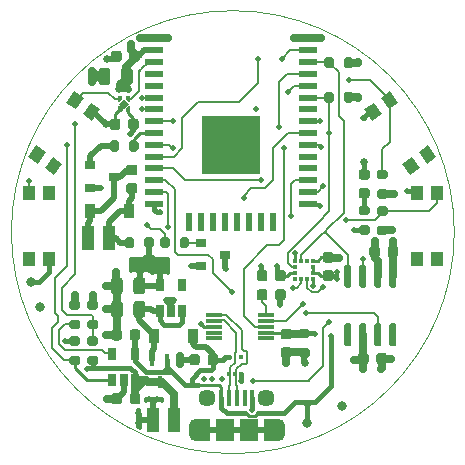
<source format=gtl>
G04 #@! TF.GenerationSoftware,KiCad,Pcbnew,(5.1.10)-1*
G04 #@! TF.CreationDate,2021-07-30T17:06:44-07:00*
G04 #@! TF.ProjectId,esp32-smartwatch,65737033-322d-4736-9d61-727477617463,rev?*
G04 #@! TF.SameCoordinates,PX8f56560PY66b5f20*
G04 #@! TF.FileFunction,Copper,L1,Top*
G04 #@! TF.FilePolarity,Positive*
%FSLAX46Y46*%
G04 Gerber Fmt 4.6, Leading zero omitted, Abs format (unit mm)*
G04 Created by KiCad (PCBNEW (5.1.10)-1) date 2021-07-30 17:06:44*
%MOMM*%
%LPD*%
G01*
G04 APERTURE LIST*
G04 #@! TA.AperFunction,Profile*
%ADD10C,0.050000*%
G04 #@! TD*
G04 #@! TA.AperFunction,SMDPad,CuDef*
%ADD11R,0.457200X1.016000*%
G04 #@! TD*
G04 #@! TA.AperFunction,SMDPad,CuDef*
%ADD12R,0.406400X1.016000*%
G04 #@! TD*
G04 #@! TA.AperFunction,SMDPad,CuDef*
%ADD13R,1.200000X1.900000*%
G04 #@! TD*
G04 #@! TA.AperFunction,ComponentPad*
%ADD14O,1.200000X1.900000*%
G04 #@! TD*
G04 #@! TA.AperFunction,SMDPad,CuDef*
%ADD15R,1.500000X1.900000*%
G04 #@! TD*
G04 #@! TA.AperFunction,ComponentPad*
%ADD16C,1.450000*%
G04 #@! TD*
G04 #@! TA.AperFunction,SMDPad,CuDef*
%ADD17R,0.400000X1.350000*%
G04 #@! TD*
G04 #@! TA.AperFunction,SMDPad,CuDef*
%ADD18R,1.000000X1.200000*%
G04 #@! TD*
G04 #@! TA.AperFunction,SMDPad,CuDef*
%ADD19C,2.000000*%
G04 #@! TD*
G04 #@! TA.AperFunction,SMDPad,CuDef*
%ADD20R,1.400000X0.300000*%
G04 #@! TD*
G04 #@! TA.AperFunction,SMDPad,CuDef*
%ADD21R,5.000000X5.000000*%
G04 #@! TD*
G04 #@! TA.AperFunction,SMDPad,CuDef*
%ADD22R,1.524000X0.600000*%
G04 #@! TD*
G04 #@! TA.AperFunction,SMDPad,CuDef*
%ADD23R,0.600000X1.524000*%
G04 #@! TD*
G04 #@! TA.AperFunction,SMDPad,CuDef*
%ADD24R,0.300000X0.450000*%
G04 #@! TD*
G04 #@! TA.AperFunction,ComponentPad*
%ADD25C,0.800000*%
G04 #@! TD*
G04 #@! TA.AperFunction,SMDPad,CuDef*
%ADD26R,1.000000X2.000000*%
G04 #@! TD*
G04 #@! TA.AperFunction,SMDPad,CuDef*
%ADD27R,0.900000X1.200000*%
G04 #@! TD*
G04 #@! TA.AperFunction,SMDPad,CuDef*
%ADD28R,0.900000X0.800000*%
G04 #@! TD*
G04 #@! TA.AperFunction,SMDPad,CuDef*
%ADD29R,0.350000X0.375000*%
G04 #@! TD*
G04 #@! TA.AperFunction,SMDPad,CuDef*
%ADD30R,0.375000X0.350000*%
G04 #@! TD*
G04 #@! TA.AperFunction,SMDPad,CuDef*
%ADD31R,0.650000X1.060000*%
G04 #@! TD*
G04 #@! TA.AperFunction,ViaPad*
%ADD32C,0.500000*%
G04 #@! TD*
G04 #@! TA.AperFunction,ViaPad*
%ADD33C,0.635000*%
G04 #@! TD*
G04 #@! TA.AperFunction,Conductor*
%ADD34C,0.254000*%
G04 #@! TD*
G04 #@! TA.AperFunction,Conductor*
%ADD35C,0.635000*%
G04 #@! TD*
G04 #@! TA.AperFunction,Conductor*
%ADD36C,0.381000*%
G04 #@! TD*
G04 #@! TA.AperFunction,Conductor*
%ADD37C,0.508000*%
G04 #@! TD*
G04 #@! TA.AperFunction,Conductor*
%ADD38C,0.200000*%
G04 #@! TD*
G04 #@! TA.AperFunction,Conductor*
%ADD39C,2.000000*%
G04 #@! TD*
G04 APERTURE END LIST*
D10*
X37530000Y18800000D02*
G75*
G03*
X37530000Y18800000I-18750000J0D01*
G01*
D11*
X13237900Y8017700D03*
X11917100Y8017700D03*
D12*
X12577500Y6087300D03*
D13*
X16218000Y2036000D03*
X22018000Y2036000D03*
D14*
X22618000Y2036000D03*
X15618000Y2036000D03*
D15*
X18118000Y2036000D03*
D16*
X21618000Y4736000D03*
D17*
X19118000Y4736000D03*
X19768000Y4736000D03*
X20418000Y4736000D03*
X17818000Y4736000D03*
X18468000Y4736000D03*
D16*
X16618000Y4736000D03*
D15*
X20118000Y2036000D03*
D18*
X1550000Y22108000D03*
X3250000Y22108000D03*
X3250000Y16508000D03*
X1550000Y16508000D03*
G04 #@! TA.AperFunction,SMDPad,CuDef*
D19*
G36*
X32804987Y29758463D02*
G01*
X31985835Y29184887D01*
X31297543Y30167869D01*
X32116695Y30741445D01*
X32804987Y29758463D01*
G37*
G04 #@! TD.AperFunction*
G04 #@! TA.AperFunction,SMDPad,CuDef*
G36*
X31412429Y28783383D02*
G01*
X30593277Y28209807D01*
X29904985Y29192789D01*
X30724137Y29766365D01*
X31412429Y28783383D01*
G37*
G04 #@! TD.AperFunction*
G04 #@! TA.AperFunction,SMDPad,CuDef*
G36*
X34624457Y24196131D02*
G01*
X33805305Y23622555D01*
X33117013Y24605537D01*
X33936165Y25179113D01*
X34624457Y24196131D01*
G37*
G04 #@! TD.AperFunction*
G04 #@! TA.AperFunction,SMDPad,CuDef*
G36*
X36017015Y25171211D02*
G01*
X35197863Y24597635D01*
X34509571Y25580617D01*
X35328723Y26154193D01*
X36017015Y25171211D01*
G37*
G04 #@! TD.AperFunction*
G04 #@! TA.AperFunction,SMDPad,CuDef*
G36*
G01*
X30156250Y21662500D02*
X29643750Y21662500D01*
G75*
G02*
X29425000Y21881250I0J218750D01*
G01*
X29425000Y22318750D01*
G75*
G02*
X29643750Y22537500I218750J0D01*
G01*
X30156250Y22537500D01*
G75*
G02*
X30375000Y22318750I0J-218750D01*
G01*
X30375000Y21881250D01*
G75*
G02*
X30156250Y21662500I-218750J0D01*
G01*
G37*
G04 #@! TD.AperFunction*
G04 #@! TA.AperFunction,SMDPad,CuDef*
G36*
G01*
X30156250Y23237500D02*
X29643750Y23237500D01*
G75*
G02*
X29425000Y23456250I0J218750D01*
G01*
X29425000Y23893750D01*
G75*
G02*
X29643750Y24112500I218750J0D01*
G01*
X30156250Y24112500D01*
G75*
G02*
X30375000Y23893750I0J-218750D01*
G01*
X30375000Y23456250D01*
G75*
G02*
X30156250Y23237500I-218750J0D01*
G01*
G37*
G04 #@! TD.AperFunction*
D20*
X21572000Y11799000D03*
X21572000Y11299000D03*
X21572000Y10799000D03*
X21572000Y10299000D03*
X21572000Y9799000D03*
X17172000Y9799000D03*
X17172000Y10299000D03*
X17172000Y10799000D03*
X17172000Y11299000D03*
X17172000Y11799000D03*
D21*
X18610000Y26198000D03*
D22*
X12110000Y21198000D03*
X12110000Y22198000D03*
X12110000Y23198000D03*
X12110000Y24198000D03*
X12110000Y25198000D03*
X12110000Y26198000D03*
X12110000Y27198000D03*
X12110000Y28198000D03*
X12110000Y29198000D03*
X12110000Y30198000D03*
X12110000Y31198000D03*
X12110000Y32198000D03*
X12110000Y33198000D03*
X12110000Y34198000D03*
X12110000Y35198000D03*
X25110000Y23198000D03*
X25110000Y25198000D03*
X25110000Y30198000D03*
X25110000Y24198000D03*
X25110000Y28198000D03*
X25110000Y22198000D03*
X25110000Y21198000D03*
X25110000Y31198000D03*
X25110000Y32198000D03*
X25110000Y33198000D03*
X25110000Y34198000D03*
X25110000Y27198000D03*
X25110000Y26198000D03*
X25110000Y35198000D03*
X25110000Y29198000D03*
D23*
X15054000Y19698000D03*
X16070000Y19698000D03*
X17086000Y19698000D03*
X18102000Y19698000D03*
X19118000Y19698000D03*
X20134000Y19698000D03*
X21150000Y19698000D03*
X22166000Y19698000D03*
D24*
X18491000Y6797000D03*
X19491000Y6797000D03*
X18491000Y8197000D03*
X18991000Y6797000D03*
X19491000Y8197000D03*
D25*
X1655500Y14545500D03*
X28008000Y4068000D03*
X2450000Y12450000D03*
X25087000Y2671000D03*
D26*
X12014000Y2925000D03*
X13784000Y2925000D03*
G04 #@! TA.AperFunction,SMDPad,CuDef*
D19*
G36*
X5357305Y30741445D02*
G01*
X6176457Y30167869D01*
X5488165Y29184887D01*
X4669013Y29758463D01*
X5357305Y30741445D01*
G37*
G04 #@! TD.AperFunction*
G04 #@! TA.AperFunction,SMDPad,CuDef*
G36*
X6749863Y29766365D02*
G01*
X7569015Y29192789D01*
X6880723Y28209807D01*
X6061571Y28783383D01*
X6749863Y29766365D01*
G37*
G04 #@! TD.AperFunction*
G04 #@! TA.AperFunction,SMDPad,CuDef*
G36*
X3537835Y25179113D02*
G01*
X4356987Y24605537D01*
X3668695Y23622555D01*
X2849543Y24196131D01*
X3537835Y25179113D01*
G37*
G04 #@! TD.AperFunction*
G04 #@! TA.AperFunction,SMDPad,CuDef*
G36*
X2145277Y26154193D02*
G01*
X2964429Y25580617D01*
X2276137Y24597635D01*
X1456985Y25171211D01*
X2145277Y26154193D01*
G37*
G04 #@! TD.AperFunction*
D18*
X36097000Y16550000D03*
X34397000Y16550000D03*
X34397000Y22150000D03*
X36097000Y22150000D03*
G04 #@! TA.AperFunction,SMDPad,CuDef*
G36*
G01*
X28666000Y9127000D02*
X28366000Y9127000D01*
G75*
G02*
X28216000Y9277000I0J150000D01*
G01*
X28216000Y10927000D01*
G75*
G02*
X28366000Y11077000I150000J0D01*
G01*
X28666000Y11077000D01*
G75*
G02*
X28816000Y10927000I0J-150000D01*
G01*
X28816000Y9277000D01*
G75*
G02*
X28666000Y9127000I-150000J0D01*
G01*
G37*
G04 #@! TD.AperFunction*
G04 #@! TA.AperFunction,SMDPad,CuDef*
G36*
G01*
X29936000Y9127000D02*
X29636000Y9127000D01*
G75*
G02*
X29486000Y9277000I0J150000D01*
G01*
X29486000Y10927000D01*
G75*
G02*
X29636000Y11077000I150000J0D01*
G01*
X29936000Y11077000D01*
G75*
G02*
X30086000Y10927000I0J-150000D01*
G01*
X30086000Y9277000D01*
G75*
G02*
X29936000Y9127000I-150000J0D01*
G01*
G37*
G04 #@! TD.AperFunction*
G04 #@! TA.AperFunction,SMDPad,CuDef*
G36*
G01*
X31206000Y9127000D02*
X30906000Y9127000D01*
G75*
G02*
X30756000Y9277000I0J150000D01*
G01*
X30756000Y10927000D01*
G75*
G02*
X30906000Y11077000I150000J0D01*
G01*
X31206000Y11077000D01*
G75*
G02*
X31356000Y10927000I0J-150000D01*
G01*
X31356000Y9277000D01*
G75*
G02*
X31206000Y9127000I-150000J0D01*
G01*
G37*
G04 #@! TD.AperFunction*
G04 #@! TA.AperFunction,SMDPad,CuDef*
G36*
G01*
X32476000Y9127000D02*
X32176000Y9127000D01*
G75*
G02*
X32026000Y9277000I0J150000D01*
G01*
X32026000Y10927000D01*
G75*
G02*
X32176000Y11077000I150000J0D01*
G01*
X32476000Y11077000D01*
G75*
G02*
X32626000Y10927000I0J-150000D01*
G01*
X32626000Y9277000D01*
G75*
G02*
X32476000Y9127000I-150000J0D01*
G01*
G37*
G04 #@! TD.AperFunction*
G04 #@! TA.AperFunction,SMDPad,CuDef*
G36*
G01*
X32476000Y14077000D02*
X32176000Y14077000D01*
G75*
G02*
X32026000Y14227000I0J150000D01*
G01*
X32026000Y15877000D01*
G75*
G02*
X32176000Y16027000I150000J0D01*
G01*
X32476000Y16027000D01*
G75*
G02*
X32626000Y15877000I0J-150000D01*
G01*
X32626000Y14227000D01*
G75*
G02*
X32476000Y14077000I-150000J0D01*
G01*
G37*
G04 #@! TD.AperFunction*
G04 #@! TA.AperFunction,SMDPad,CuDef*
G36*
G01*
X31206000Y14077000D02*
X30906000Y14077000D01*
G75*
G02*
X30756000Y14227000I0J150000D01*
G01*
X30756000Y15877000D01*
G75*
G02*
X30906000Y16027000I150000J0D01*
G01*
X31206000Y16027000D01*
G75*
G02*
X31356000Y15877000I0J-150000D01*
G01*
X31356000Y14227000D01*
G75*
G02*
X31206000Y14077000I-150000J0D01*
G01*
G37*
G04 #@! TD.AperFunction*
G04 #@! TA.AperFunction,SMDPad,CuDef*
G36*
G01*
X29936000Y14077000D02*
X29636000Y14077000D01*
G75*
G02*
X29486000Y14227000I0J150000D01*
G01*
X29486000Y15877000D01*
G75*
G02*
X29636000Y16027000I150000J0D01*
G01*
X29936000Y16027000D01*
G75*
G02*
X30086000Y15877000I0J-150000D01*
G01*
X30086000Y14227000D01*
G75*
G02*
X29936000Y14077000I-150000J0D01*
G01*
G37*
G04 #@! TD.AperFunction*
G04 #@! TA.AperFunction,SMDPad,CuDef*
G36*
G01*
X28666000Y14077000D02*
X28366000Y14077000D01*
G75*
G02*
X28216000Y14227000I0J150000D01*
G01*
X28216000Y15877000D01*
G75*
G02*
X28366000Y16027000I150000J0D01*
G01*
X28666000Y16027000D01*
G75*
G02*
X28816000Y15877000I0J-150000D01*
G01*
X28816000Y14227000D01*
G75*
G02*
X28666000Y14077000I-150000J0D01*
G01*
G37*
G04 #@! TD.AperFunction*
G04 #@! TA.AperFunction,SMDPad,CuDef*
G36*
G01*
X23559000Y9714000D02*
X23059000Y9714000D01*
G75*
G02*
X22834000Y9939000I0J225000D01*
G01*
X22834000Y10389000D01*
G75*
G02*
X23059000Y10614000I225000J0D01*
G01*
X23559000Y10614000D01*
G75*
G02*
X23784000Y10389000I0J-225000D01*
G01*
X23784000Y9939000D01*
G75*
G02*
X23559000Y9714000I-225000J0D01*
G01*
G37*
G04 #@! TD.AperFunction*
G04 #@! TA.AperFunction,SMDPad,CuDef*
G36*
G01*
X23559000Y8164000D02*
X23059000Y8164000D01*
G75*
G02*
X22834000Y8389000I0J225000D01*
G01*
X22834000Y8839000D01*
G75*
G02*
X23059000Y9064000I225000J0D01*
G01*
X23559000Y9064000D01*
G75*
G02*
X23784000Y8839000I0J-225000D01*
G01*
X23784000Y8389000D01*
G75*
G02*
X23559000Y8164000I-225000J0D01*
G01*
G37*
G04 #@! TD.AperFunction*
G04 #@! TA.AperFunction,SMDPad,CuDef*
G36*
G01*
X5127000Y8342000D02*
X5677000Y8342000D01*
G75*
G02*
X5877000Y8142000I0J-200000D01*
G01*
X5877000Y7742000D01*
G75*
G02*
X5677000Y7542000I-200000J0D01*
G01*
X5127000Y7542000D01*
G75*
G02*
X4927000Y7742000I0J200000D01*
G01*
X4927000Y8142000D01*
G75*
G02*
X5127000Y8342000I200000J0D01*
G01*
G37*
G04 #@! TD.AperFunction*
G04 #@! TA.AperFunction,SMDPad,CuDef*
G36*
G01*
X5127000Y9992000D02*
X5677000Y9992000D01*
G75*
G02*
X5877000Y9792000I0J-200000D01*
G01*
X5877000Y9392000D01*
G75*
G02*
X5677000Y9192000I-200000J0D01*
G01*
X5127000Y9192000D01*
G75*
G02*
X4927000Y9392000I0J200000D01*
G01*
X4927000Y9792000D01*
G75*
G02*
X5127000Y9992000I200000J0D01*
G01*
G37*
G04 #@! TD.AperFunction*
D26*
X8323000Y18292000D03*
X6553000Y18292000D03*
G04 #@! TA.AperFunction,SMDPad,CuDef*
G36*
G01*
X31889000Y16899000D02*
X31889000Y17399000D01*
G75*
G02*
X32114000Y17624000I225000J0D01*
G01*
X32564000Y17624000D01*
G75*
G02*
X32789000Y17399000I0J-225000D01*
G01*
X32789000Y16899000D01*
G75*
G02*
X32564000Y16674000I-225000J0D01*
G01*
X32114000Y16674000D01*
G75*
G02*
X31889000Y16899000I0J225000D01*
G01*
G37*
G04 #@! TD.AperFunction*
G04 #@! TA.AperFunction,SMDPad,CuDef*
G36*
G01*
X30339000Y16899000D02*
X30339000Y17399000D01*
G75*
G02*
X30564000Y17624000I225000J0D01*
G01*
X31014000Y17624000D01*
G75*
G02*
X31239000Y17399000I0J-225000D01*
G01*
X31239000Y16899000D01*
G75*
G02*
X31014000Y16674000I-225000J0D01*
G01*
X30564000Y16674000D01*
G75*
G02*
X30339000Y16899000I0J225000D01*
G01*
G37*
G04 #@! TD.AperFunction*
G04 #@! TA.AperFunction,SMDPad,CuDef*
G36*
G01*
X17536000Y8255000D02*
X17536000Y7755000D01*
G75*
G02*
X17311000Y7530000I-225000J0D01*
G01*
X16861000Y7530000D01*
G75*
G02*
X16636000Y7755000I0J225000D01*
G01*
X16636000Y8255000D01*
G75*
G02*
X16861000Y8480000I225000J0D01*
G01*
X17311000Y8480000D01*
G75*
G02*
X17536000Y8255000I0J-225000D01*
G01*
G37*
G04 #@! TD.AperFunction*
G04 #@! TA.AperFunction,SMDPad,CuDef*
G36*
G01*
X15986000Y8255000D02*
X15986000Y7755000D01*
G75*
G02*
X15761000Y7530000I-225000J0D01*
G01*
X15311000Y7530000D01*
G75*
G02*
X15086000Y7755000I0J225000D01*
G01*
X15086000Y8255000D01*
G75*
G02*
X15311000Y8480000I225000J0D01*
G01*
X15761000Y8480000D01*
G75*
G02*
X15986000Y8255000I0J-225000D01*
G01*
G37*
G04 #@! TD.AperFunction*
G04 #@! TA.AperFunction,SMDPad,CuDef*
G36*
G01*
X27115000Y14667000D02*
X26615000Y14667000D01*
G75*
G02*
X26390000Y14892000I0J225000D01*
G01*
X26390000Y15342000D01*
G75*
G02*
X26615000Y15567000I225000J0D01*
G01*
X27115000Y15567000D01*
G75*
G02*
X27340000Y15342000I0J-225000D01*
G01*
X27340000Y14892000D01*
G75*
G02*
X27115000Y14667000I-225000J0D01*
G01*
G37*
G04 #@! TD.AperFunction*
G04 #@! TA.AperFunction,SMDPad,CuDef*
G36*
G01*
X27115000Y16217000D02*
X26615000Y16217000D01*
G75*
G02*
X26390000Y16442000I0J225000D01*
G01*
X26390000Y16892000D01*
G75*
G02*
X26615000Y17117000I225000J0D01*
G01*
X27115000Y17117000D01*
G75*
G02*
X27340000Y16892000I0J-225000D01*
G01*
X27340000Y16442000D01*
G75*
G02*
X27115000Y16217000I-225000J0D01*
G01*
G37*
G04 #@! TD.AperFunction*
G04 #@! TA.AperFunction,SMDPad,CuDef*
G36*
G01*
X11363000Y12734500D02*
X11363000Y11784500D01*
G75*
G02*
X11113000Y11534500I-250000J0D01*
G01*
X10613000Y11534500D01*
G75*
G02*
X10363000Y11784500I0J250000D01*
G01*
X10363000Y12734500D01*
G75*
G02*
X10613000Y12984500I250000J0D01*
G01*
X11113000Y12984500D01*
G75*
G02*
X11363000Y12734500I0J-250000D01*
G01*
G37*
G04 #@! TD.AperFunction*
G04 #@! TA.AperFunction,SMDPad,CuDef*
G36*
G01*
X9463000Y12734500D02*
X9463000Y11784500D01*
G75*
G02*
X9213000Y11534500I-250000J0D01*
G01*
X8713000Y11534500D01*
G75*
G02*
X8463000Y11784500I0J250000D01*
G01*
X8463000Y12734500D01*
G75*
G02*
X8713000Y12984500I250000J0D01*
G01*
X9213000Y12984500D01*
G75*
G02*
X9463000Y12734500I0J-250000D01*
G01*
G37*
G04 #@! TD.AperFunction*
G04 #@! TA.AperFunction,SMDPad,CuDef*
G36*
G01*
X23250000Y13750000D02*
X23250000Y13250000D01*
G75*
G02*
X23025000Y13025000I-225000J0D01*
G01*
X22575000Y13025000D01*
G75*
G02*
X22350000Y13250000I0J225000D01*
G01*
X22350000Y13750000D01*
G75*
G02*
X22575000Y13975000I225000J0D01*
G01*
X23025000Y13975000D01*
G75*
G02*
X23250000Y13750000I0J-225000D01*
G01*
G37*
G04 #@! TD.AperFunction*
G04 #@! TA.AperFunction,SMDPad,CuDef*
G36*
G01*
X21700000Y13750000D02*
X21700000Y13250000D01*
G75*
G02*
X21475000Y13025000I-225000J0D01*
G01*
X21025000Y13025000D01*
G75*
G02*
X20800000Y13250000I0J225000D01*
G01*
X20800000Y13750000D01*
G75*
G02*
X21025000Y13975000I225000J0D01*
G01*
X21475000Y13975000D01*
G75*
G02*
X21700000Y13750000I0J-225000D01*
G01*
G37*
G04 #@! TD.AperFunction*
G04 #@! TA.AperFunction,SMDPad,CuDef*
G36*
G01*
X21701000Y15367000D02*
X21701000Y14867000D01*
G75*
G02*
X21476000Y14642000I-225000J0D01*
G01*
X21026000Y14642000D01*
G75*
G02*
X20801000Y14867000I0J225000D01*
G01*
X20801000Y15367000D01*
G75*
G02*
X21026000Y15592000I225000J0D01*
G01*
X21476000Y15592000D01*
G75*
G02*
X21701000Y15367000I0J-225000D01*
G01*
G37*
G04 #@! TD.AperFunction*
G04 #@! TA.AperFunction,SMDPad,CuDef*
G36*
G01*
X23251000Y15367000D02*
X23251000Y14867000D01*
G75*
G02*
X23026000Y14642000I-225000J0D01*
G01*
X22576000Y14642000D01*
G75*
G02*
X22351000Y14867000I0J225000D01*
G01*
X22351000Y15367000D01*
G75*
G02*
X22576000Y15592000I225000J0D01*
G01*
X23026000Y15592000D01*
G75*
G02*
X23251000Y15367000I0J-225000D01*
G01*
G37*
G04 #@! TD.AperFunction*
G04 #@! TA.AperFunction,SMDPad,CuDef*
G36*
G01*
X9463000Y14725000D02*
X9463000Y13775000D01*
G75*
G02*
X9213000Y13525000I-250000J0D01*
G01*
X8713000Y13525000D01*
G75*
G02*
X8463000Y13775000I0J250000D01*
G01*
X8463000Y14725000D01*
G75*
G02*
X8713000Y14975000I250000J0D01*
G01*
X9213000Y14975000D01*
G75*
G02*
X9463000Y14725000I0J-250000D01*
G01*
G37*
G04 #@! TD.AperFunction*
G04 #@! TA.AperFunction,SMDPad,CuDef*
G36*
G01*
X11363000Y14725000D02*
X11363000Y13775000D01*
G75*
G02*
X11113000Y13525000I-250000J0D01*
G01*
X10613000Y13525000D01*
G75*
G02*
X10363000Y13775000I0J250000D01*
G01*
X10363000Y14725000D01*
G75*
G02*
X10613000Y14975000I250000J0D01*
G01*
X11113000Y14975000D01*
G75*
G02*
X11363000Y14725000I0J-250000D01*
G01*
G37*
G04 #@! TD.AperFunction*
G04 #@! TA.AperFunction,SMDPad,CuDef*
G36*
G01*
X29375000Y7850000D02*
X29375000Y8350000D01*
G75*
G02*
X29600000Y8575000I225000J0D01*
G01*
X30050000Y8575000D01*
G75*
G02*
X30275000Y8350000I0J-225000D01*
G01*
X30275000Y7850000D01*
G75*
G02*
X30050000Y7625000I-225000J0D01*
G01*
X29600000Y7625000D01*
G75*
G02*
X29375000Y7850000I0J225000D01*
G01*
G37*
G04 #@! TD.AperFunction*
G04 #@! TA.AperFunction,SMDPad,CuDef*
G36*
G01*
X30925000Y7850000D02*
X30925000Y8350000D01*
G75*
G02*
X31150000Y8575000I225000J0D01*
G01*
X31600000Y8575000D01*
G75*
G02*
X31825000Y8350000I0J-225000D01*
G01*
X31825000Y7850000D01*
G75*
G02*
X31600000Y7625000I-225000J0D01*
G01*
X31150000Y7625000D01*
G75*
G02*
X30925000Y7850000I0J225000D01*
G01*
G37*
G04 #@! TD.AperFunction*
G04 #@! TA.AperFunction,SMDPad,CuDef*
G36*
G01*
X10300000Y32450000D02*
X10300000Y31500000D01*
G75*
G02*
X10050000Y31250000I-250000J0D01*
G01*
X9550000Y31250000D01*
G75*
G02*
X9300000Y31500000I0J250000D01*
G01*
X9300000Y32450000D01*
G75*
G02*
X9550000Y32700000I250000J0D01*
G01*
X10050000Y32700000D01*
G75*
G02*
X10300000Y32450000I0J-250000D01*
G01*
G37*
G04 #@! TD.AperFunction*
G04 #@! TA.AperFunction,SMDPad,CuDef*
G36*
G01*
X8400000Y32450000D02*
X8400000Y31500000D01*
G75*
G02*
X8150000Y31250000I-250000J0D01*
G01*
X7650000Y31250000D01*
G75*
G02*
X7400000Y31500000I0J250000D01*
G01*
X7400000Y32450000D01*
G75*
G02*
X7650000Y32700000I250000J0D01*
G01*
X8150000Y32700000D01*
G75*
G02*
X8400000Y32450000I0J-250000D01*
G01*
G37*
G04 #@! TD.AperFunction*
G04 #@! TA.AperFunction,SMDPad,CuDef*
G36*
G01*
X9375000Y33950000D02*
X9375000Y33450000D01*
G75*
G02*
X9150000Y33225000I-225000J0D01*
G01*
X8700000Y33225000D01*
G75*
G02*
X8475000Y33450000I0J225000D01*
G01*
X8475000Y33950000D01*
G75*
G02*
X8700000Y34175000I225000J0D01*
G01*
X9150000Y34175000D01*
G75*
G02*
X9375000Y33950000I0J-225000D01*
G01*
G37*
G04 #@! TD.AperFunction*
G04 #@! TA.AperFunction,SMDPad,CuDef*
G36*
G01*
X10925000Y33950000D02*
X10925000Y33450000D01*
G75*
G02*
X10700000Y33225000I-225000J0D01*
G01*
X10250000Y33225000D01*
G75*
G02*
X10025000Y33450000I0J225000D01*
G01*
X10025000Y33950000D01*
G75*
G02*
X10250000Y34175000I225000J0D01*
G01*
X10700000Y34175000D01*
G75*
G02*
X10925000Y33950000I0J-225000D01*
G01*
G37*
G04 #@! TD.AperFunction*
G04 #@! TA.AperFunction,SMDPad,CuDef*
G36*
G01*
X10810000Y28180000D02*
X10810000Y27680000D01*
G75*
G02*
X10585000Y27455000I-225000J0D01*
G01*
X10135000Y27455000D01*
G75*
G02*
X9910000Y27680000I0J225000D01*
G01*
X9910000Y28180000D01*
G75*
G02*
X10135000Y28405000I225000J0D01*
G01*
X10585000Y28405000D01*
G75*
G02*
X10810000Y28180000I0J-225000D01*
G01*
G37*
G04 #@! TD.AperFunction*
G04 #@! TA.AperFunction,SMDPad,CuDef*
G36*
G01*
X9260000Y28180000D02*
X9260000Y27680000D01*
G75*
G02*
X9035000Y27455000I-225000J0D01*
G01*
X8585000Y27455000D01*
G75*
G02*
X8360000Y27680000I0J225000D01*
G01*
X8360000Y28180000D01*
G75*
G02*
X8585000Y28405000I225000J0D01*
G01*
X9035000Y28405000D01*
G75*
G02*
X9260000Y28180000I0J-225000D01*
G01*
G37*
G04 #@! TD.AperFunction*
G04 #@! TA.AperFunction,SMDPad,CuDef*
G36*
G01*
X9382000Y10350500D02*
X9382000Y9850500D01*
G75*
G02*
X9157000Y9625500I-225000J0D01*
G01*
X8707000Y9625500D01*
G75*
G02*
X8482000Y9850500I0J225000D01*
G01*
X8482000Y10350500D01*
G75*
G02*
X8707000Y10575500I225000J0D01*
G01*
X9157000Y10575500D01*
G75*
G02*
X9382000Y10350500I0J-225000D01*
G01*
G37*
G04 #@! TD.AperFunction*
G04 #@! TA.AperFunction,SMDPad,CuDef*
G36*
G01*
X10932000Y10350500D02*
X10932000Y9850500D01*
G75*
G02*
X10707000Y9625500I-225000J0D01*
G01*
X10257000Y9625500D01*
G75*
G02*
X10032000Y9850500I0J225000D01*
G01*
X10032000Y10350500D01*
G75*
G02*
X10257000Y10575500I225000J0D01*
G01*
X10707000Y10575500D01*
G75*
G02*
X10932000Y10350500I0J-225000D01*
G01*
G37*
G04 #@! TD.AperFunction*
G04 #@! TA.AperFunction,SMDPad,CuDef*
G36*
G01*
X10950000Y4950000D02*
X10950000Y4450000D01*
G75*
G02*
X10725000Y4225000I-225000J0D01*
G01*
X10275000Y4225000D01*
G75*
G02*
X10050000Y4450000I0J225000D01*
G01*
X10050000Y4950000D01*
G75*
G02*
X10275000Y5175000I225000J0D01*
G01*
X10725000Y5175000D01*
G75*
G02*
X10950000Y4950000I0J-225000D01*
G01*
G37*
G04 #@! TD.AperFunction*
G04 #@! TA.AperFunction,SMDPad,CuDef*
G36*
G01*
X9400000Y4950000D02*
X9400000Y4450000D01*
G75*
G02*
X9175000Y4225000I-225000J0D01*
G01*
X8725000Y4225000D01*
G75*
G02*
X8500000Y4450000I0J225000D01*
G01*
X8500000Y4950000D01*
G75*
G02*
X8725000Y5175000I225000J0D01*
G01*
X9175000Y5175000D01*
G75*
G02*
X9400000Y4950000I0J-225000D01*
G01*
G37*
G04 #@! TD.AperFunction*
G04 #@! TA.AperFunction,SMDPad,CuDef*
G36*
G01*
X10470000Y23610000D02*
X9970000Y23610000D01*
G75*
G02*
X9745000Y23835000I0J225000D01*
G01*
X9745000Y24285000D01*
G75*
G02*
X9970000Y24510000I225000J0D01*
G01*
X10470000Y24510000D01*
G75*
G02*
X10695000Y24285000I0J-225000D01*
G01*
X10695000Y23835000D01*
G75*
G02*
X10470000Y23610000I-225000J0D01*
G01*
G37*
G04 #@! TD.AperFunction*
G04 #@! TA.AperFunction,SMDPad,CuDef*
G36*
G01*
X10470000Y22060000D02*
X9970000Y22060000D01*
G75*
G02*
X9745000Y22285000I0J225000D01*
G01*
X9745000Y22735000D01*
G75*
G02*
X9970000Y22960000I225000J0D01*
G01*
X10470000Y22960000D01*
G75*
G02*
X10695000Y22735000I0J-225000D01*
G01*
X10695000Y22285000D01*
G75*
G02*
X10470000Y22060000I-225000J0D01*
G01*
G37*
G04 #@! TD.AperFunction*
D27*
X12135000Y10037000D03*
X15435000Y10037000D03*
X6673000Y20578000D03*
X9973000Y20578000D03*
D28*
X16100000Y17850000D03*
X16100000Y15950000D03*
X18100000Y16900000D03*
X6710000Y24460000D03*
X6710000Y22560000D03*
X8710000Y23510000D03*
G04 #@! TA.AperFunction,SMDPad,CuDef*
G36*
G01*
X28979000Y30505000D02*
X28979000Y29955000D01*
G75*
G02*
X28779000Y29755000I-200000J0D01*
G01*
X28379000Y29755000D01*
G75*
G02*
X28179000Y29955000I0J200000D01*
G01*
X28179000Y30505000D01*
G75*
G02*
X28379000Y30705000I200000J0D01*
G01*
X28779000Y30705000D01*
G75*
G02*
X28979000Y30505000I0J-200000D01*
G01*
G37*
G04 #@! TD.AperFunction*
G04 #@! TA.AperFunction,SMDPad,CuDef*
G36*
G01*
X27329000Y30505000D02*
X27329000Y29955000D01*
G75*
G02*
X27129000Y29755000I-200000J0D01*
G01*
X26729000Y29755000D01*
G75*
G02*
X26529000Y29955000I0J200000D01*
G01*
X26529000Y30505000D01*
G75*
G02*
X26729000Y30705000I200000J0D01*
G01*
X27129000Y30705000D01*
G75*
G02*
X27329000Y30505000I0J-200000D01*
G01*
G37*
G04 #@! TD.AperFunction*
G04 #@! TA.AperFunction,SMDPad,CuDef*
G36*
G01*
X27329000Y33426000D02*
X27329000Y32876000D01*
G75*
G02*
X27129000Y32676000I-200000J0D01*
G01*
X26729000Y32676000D01*
G75*
G02*
X26529000Y32876000I0J200000D01*
G01*
X26529000Y33426000D01*
G75*
G02*
X26729000Y33626000I200000J0D01*
G01*
X27129000Y33626000D01*
G75*
G02*
X27329000Y33426000I0J-200000D01*
G01*
G37*
G04 #@! TD.AperFunction*
G04 #@! TA.AperFunction,SMDPad,CuDef*
G36*
G01*
X28979000Y33426000D02*
X28979000Y32876000D01*
G75*
G02*
X28779000Y32676000I-200000J0D01*
G01*
X28379000Y32676000D01*
G75*
G02*
X28179000Y32876000I0J200000D01*
G01*
X28179000Y33426000D01*
G75*
G02*
X28379000Y33626000I200000J0D01*
G01*
X28779000Y33626000D01*
G75*
G02*
X28979000Y33426000I0J-200000D01*
G01*
G37*
G04 #@! TD.AperFunction*
G04 #@! TA.AperFunction,SMDPad,CuDef*
G36*
G01*
X24558000Y8977000D02*
X25108000Y8977000D01*
G75*
G02*
X25308000Y8777000I0J-200000D01*
G01*
X25308000Y8377000D01*
G75*
G02*
X25108000Y8177000I-200000J0D01*
G01*
X24558000Y8177000D01*
G75*
G02*
X24358000Y8377000I0J200000D01*
G01*
X24358000Y8777000D01*
G75*
G02*
X24558000Y8977000I200000J0D01*
G01*
G37*
G04 #@! TD.AperFunction*
G04 #@! TA.AperFunction,SMDPad,CuDef*
G36*
G01*
X24558000Y10627000D02*
X25108000Y10627000D01*
G75*
G02*
X25308000Y10427000I0J-200000D01*
G01*
X25308000Y10027000D01*
G75*
G02*
X25108000Y9827000I-200000J0D01*
G01*
X24558000Y9827000D01*
G75*
G02*
X24358000Y10027000I0J200000D01*
G01*
X24358000Y10427000D01*
G75*
G02*
X24558000Y10627000I200000J0D01*
G01*
G37*
G04 #@! TD.AperFunction*
G04 #@! TA.AperFunction,SMDPad,CuDef*
G36*
G01*
X5677000Y12240000D02*
X5127000Y12240000D01*
G75*
G02*
X4927000Y12440000I0J200000D01*
G01*
X4927000Y12840000D01*
G75*
G02*
X5127000Y13040000I200000J0D01*
G01*
X5677000Y13040000D01*
G75*
G02*
X5877000Y12840000I0J-200000D01*
G01*
X5877000Y12440000D01*
G75*
G02*
X5677000Y12240000I-200000J0D01*
G01*
G37*
G04 #@! TD.AperFunction*
G04 #@! TA.AperFunction,SMDPad,CuDef*
G36*
G01*
X5677000Y10590000D02*
X5127000Y10590000D01*
G75*
G02*
X4927000Y10790000I0J200000D01*
G01*
X4927000Y11190000D01*
G75*
G02*
X5127000Y11390000I200000J0D01*
G01*
X5677000Y11390000D01*
G75*
G02*
X5877000Y11190000I0J-200000D01*
G01*
X5877000Y10790000D01*
G75*
G02*
X5677000Y10590000I-200000J0D01*
G01*
G37*
G04 #@! TD.AperFunction*
G04 #@! TA.AperFunction,SMDPad,CuDef*
G36*
G01*
X7201000Y7542000D02*
X6651000Y7542000D01*
G75*
G02*
X6451000Y7742000I0J200000D01*
G01*
X6451000Y8142000D01*
G75*
G02*
X6651000Y8342000I200000J0D01*
G01*
X7201000Y8342000D01*
G75*
G02*
X7401000Y8142000I0J-200000D01*
G01*
X7401000Y7742000D01*
G75*
G02*
X7201000Y7542000I-200000J0D01*
G01*
G37*
G04 #@! TD.AperFunction*
G04 #@! TA.AperFunction,SMDPad,CuDef*
G36*
G01*
X7201000Y9192000D02*
X6651000Y9192000D01*
G75*
G02*
X6451000Y9392000I0J200000D01*
G01*
X6451000Y9792000D01*
G75*
G02*
X6651000Y9992000I200000J0D01*
G01*
X7201000Y9992000D01*
G75*
G02*
X7401000Y9792000I0J-200000D01*
G01*
X7401000Y9392000D01*
G75*
G02*
X7201000Y9192000I-200000J0D01*
G01*
G37*
G04 #@! TD.AperFunction*
G04 #@! TA.AperFunction,SMDPad,CuDef*
G36*
G01*
X7201000Y10590000D02*
X6651000Y10590000D01*
G75*
G02*
X6451000Y10790000I0J200000D01*
G01*
X6451000Y11190000D01*
G75*
G02*
X6651000Y11390000I200000J0D01*
G01*
X7201000Y11390000D01*
G75*
G02*
X7401000Y11190000I0J-200000D01*
G01*
X7401000Y10790000D01*
G75*
G02*
X7201000Y10590000I-200000J0D01*
G01*
G37*
G04 #@! TD.AperFunction*
G04 #@! TA.AperFunction,SMDPad,CuDef*
G36*
G01*
X7201000Y12240000D02*
X6651000Y12240000D01*
G75*
G02*
X6451000Y12440000I0J200000D01*
G01*
X6451000Y12840000D01*
G75*
G02*
X6651000Y13040000I200000J0D01*
G01*
X7201000Y13040000D01*
G75*
G02*
X7401000Y12840000I0J-200000D01*
G01*
X7401000Y12440000D01*
G75*
G02*
X7201000Y12240000I-200000J0D01*
G01*
G37*
G04 #@! TD.AperFunction*
G04 #@! TA.AperFunction,SMDPad,CuDef*
G36*
G01*
X29625000Y21025000D02*
X30175000Y21025000D01*
G75*
G02*
X30375000Y20825000I0J-200000D01*
G01*
X30375000Y20425000D01*
G75*
G02*
X30175000Y20225000I-200000J0D01*
G01*
X29625000Y20225000D01*
G75*
G02*
X29425000Y20425000I0J200000D01*
G01*
X29425000Y20825000D01*
G75*
G02*
X29625000Y21025000I200000J0D01*
G01*
G37*
G04 #@! TD.AperFunction*
G04 #@! TA.AperFunction,SMDPad,CuDef*
G36*
G01*
X29625000Y19375000D02*
X30175000Y19375000D01*
G75*
G02*
X30375000Y19175000I0J-200000D01*
G01*
X30375000Y18775000D01*
G75*
G02*
X30175000Y18575000I-200000J0D01*
G01*
X29625000Y18575000D01*
G75*
G02*
X29425000Y18775000I0J200000D01*
G01*
X29425000Y19175000D01*
G75*
G02*
X29625000Y19375000I200000J0D01*
G01*
G37*
G04 #@! TD.AperFunction*
G04 #@! TA.AperFunction,SMDPad,CuDef*
G36*
G01*
X12622000Y17636000D02*
X12622000Y18186000D01*
G75*
G02*
X12822000Y18386000I200000J0D01*
G01*
X13222000Y18386000D01*
G75*
G02*
X13422000Y18186000I0J-200000D01*
G01*
X13422000Y17636000D01*
G75*
G02*
X13222000Y17436000I-200000J0D01*
G01*
X12822000Y17436000D01*
G75*
G02*
X12622000Y17636000I0J200000D01*
G01*
G37*
G04 #@! TD.AperFunction*
G04 #@! TA.AperFunction,SMDPad,CuDef*
G36*
G01*
X14272000Y17636000D02*
X14272000Y18186000D01*
G75*
G02*
X14472000Y18386000I200000J0D01*
G01*
X14872000Y18386000D01*
G75*
G02*
X15072000Y18186000I0J-200000D01*
G01*
X15072000Y17636000D01*
G75*
G02*
X14872000Y17436000I-200000J0D01*
G01*
X14472000Y17436000D01*
G75*
G02*
X14272000Y17636000I0J200000D01*
G01*
G37*
G04 #@! TD.AperFunction*
G04 #@! TA.AperFunction,SMDPad,CuDef*
G36*
G01*
X10800000Y26365000D02*
X10800000Y25815000D01*
G75*
G02*
X10600000Y25615000I-200000J0D01*
G01*
X10200000Y25615000D01*
G75*
G02*
X10000000Y25815000I0J200000D01*
G01*
X10000000Y26365000D01*
G75*
G02*
X10200000Y26565000I200000J0D01*
G01*
X10600000Y26565000D01*
G75*
G02*
X10800000Y26365000I0J-200000D01*
G01*
G37*
G04 #@! TD.AperFunction*
G04 #@! TA.AperFunction,SMDPad,CuDef*
G36*
G01*
X9150000Y26365000D02*
X9150000Y25815000D01*
G75*
G02*
X8950000Y25615000I-200000J0D01*
G01*
X8550000Y25615000D01*
G75*
G02*
X8350000Y25815000I0J200000D01*
G01*
X8350000Y26365000D01*
G75*
G02*
X8550000Y26565000I200000J0D01*
G01*
X8950000Y26565000D01*
G75*
G02*
X9150000Y26365000I0J-200000D01*
G01*
G37*
G04 #@! TD.AperFunction*
G04 #@! TA.AperFunction,SMDPad,CuDef*
G36*
G01*
X10438000Y18186000D02*
X10438000Y17636000D01*
G75*
G02*
X10238000Y17436000I-200000J0D01*
G01*
X9838000Y17436000D01*
G75*
G02*
X9638000Y17636000I0J200000D01*
G01*
X9638000Y18186000D01*
G75*
G02*
X9838000Y18386000I200000J0D01*
G01*
X10238000Y18386000D01*
G75*
G02*
X10438000Y18186000I0J-200000D01*
G01*
G37*
G04 #@! TD.AperFunction*
G04 #@! TA.AperFunction,SMDPad,CuDef*
G36*
G01*
X12088000Y18186000D02*
X12088000Y17636000D01*
G75*
G02*
X11888000Y17436000I-200000J0D01*
G01*
X11488000Y17436000D01*
G75*
G02*
X11288000Y17636000I0J200000D01*
G01*
X11288000Y18186000D01*
G75*
G02*
X11488000Y18386000I200000J0D01*
G01*
X11888000Y18386000D01*
G75*
G02*
X12088000Y18186000I0J-200000D01*
G01*
G37*
G04 #@! TD.AperFunction*
G04 #@! TA.AperFunction,SMDPad,CuDef*
G36*
G01*
X31712000Y21639000D02*
X31162000Y21639000D01*
G75*
G02*
X30962000Y21839000I0J200000D01*
G01*
X30962000Y22239000D01*
G75*
G02*
X31162000Y22439000I200000J0D01*
G01*
X31712000Y22439000D01*
G75*
G02*
X31912000Y22239000I0J-200000D01*
G01*
X31912000Y21839000D01*
G75*
G02*
X31712000Y21639000I-200000J0D01*
G01*
G37*
G04 #@! TD.AperFunction*
G04 #@! TA.AperFunction,SMDPad,CuDef*
G36*
G01*
X31712000Y23289000D02*
X31162000Y23289000D01*
G75*
G02*
X30962000Y23489000I0J200000D01*
G01*
X30962000Y23889000D01*
G75*
G02*
X31162000Y24089000I200000J0D01*
G01*
X31712000Y24089000D01*
G75*
G02*
X31912000Y23889000I0J-200000D01*
G01*
X31912000Y23489000D01*
G75*
G02*
X31712000Y23289000I-200000J0D01*
G01*
G37*
G04 #@! TD.AperFunction*
G04 #@! TA.AperFunction,SMDPad,CuDef*
G36*
G01*
X31712000Y18550000D02*
X31162000Y18550000D01*
G75*
G02*
X30962000Y18750000I0J200000D01*
G01*
X30962000Y19150000D01*
G75*
G02*
X31162000Y19350000I200000J0D01*
G01*
X31712000Y19350000D01*
G75*
G02*
X31912000Y19150000I0J-200000D01*
G01*
X31912000Y18750000D01*
G75*
G02*
X31712000Y18550000I-200000J0D01*
G01*
G37*
G04 #@! TD.AperFunction*
G04 #@! TA.AperFunction,SMDPad,CuDef*
G36*
G01*
X31712000Y20200000D02*
X31162000Y20200000D01*
G75*
G02*
X30962000Y20400000I0J200000D01*
G01*
X30962000Y20800000D01*
G75*
G02*
X31162000Y21000000I200000J0D01*
G01*
X31712000Y21000000D01*
G75*
G02*
X31912000Y20800000I0J-200000D01*
G01*
X31912000Y20400000D01*
G75*
G02*
X31712000Y20200000I-200000J0D01*
G01*
G37*
G04 #@! TD.AperFunction*
D29*
X24587000Y16388000D03*
X25087000Y16388000D03*
X25087000Y14863000D03*
X24587000Y14863000D03*
D30*
X25599500Y16375500D03*
X24074500Y16375500D03*
X25599500Y14875500D03*
X24074500Y14875500D03*
X25599500Y15375500D03*
X25599500Y15875500D03*
X24074500Y15375500D03*
X24074500Y15875500D03*
D31*
X12580000Y12112000D03*
X13530000Y12112000D03*
X14480000Y12112000D03*
X14480000Y14312000D03*
X12580000Y14312000D03*
G04 #@! TA.AperFunction,SMDPad,CuDef*
D19*
G36*
X9149878Y29640000D02*
G01*
X9560000Y30050122D01*
X9970122Y29640000D01*
X9560000Y29229878D01*
X9149878Y29640000D01*
G37*
G04 #@! TD.AperFunction*
G04 #@! TA.AperFunction,SMDPad,CuDef*
G36*
X9180711Y29840000D02*
G01*
X9080000Y29840000D01*
X9080000Y30300000D01*
X9390000Y30300000D01*
X9390000Y30049289D01*
X9180711Y29840000D01*
G37*
G04 #@! TD.AperFunction*
G04 #@! TA.AperFunction,SMDPad,CuDef*
G36*
X9080000Y28980000D02*
G01*
X9080000Y29440000D01*
X9180711Y29440000D01*
X9390000Y29230711D01*
X9390000Y28980000D01*
X9080000Y28980000D01*
G37*
G04 #@! TD.AperFunction*
G04 #@! TA.AperFunction,SMDPad,CuDef*
G36*
X9730000Y28980000D02*
G01*
X9730000Y29230711D01*
X9939289Y29440000D01*
X10040000Y29440000D01*
X10040000Y28980000D01*
X9730000Y28980000D01*
G37*
G04 #@! TD.AperFunction*
G04 #@! TA.AperFunction,SMDPad,CuDef*
G36*
X9939289Y29840000D02*
G01*
X9730000Y30049289D01*
X9730000Y30300000D01*
X10040000Y30300000D01*
X10040000Y29840000D01*
X9939289Y29840000D01*
G37*
G04 #@! TD.AperFunction*
D31*
X8582000Y6270000D03*
X9532000Y6270000D03*
X10482000Y6270000D03*
X10482000Y8470000D03*
X8582000Y8470000D03*
D32*
X27100000Y10000000D03*
X25700000Y10200000D03*
X16959000Y28007500D03*
X20324500Y28007500D03*
X20300000Y24300000D03*
X16959000Y24300000D03*
X33500000Y22250000D03*
X29800000Y28500000D03*
X16100000Y11000000D03*
X12600000Y20500000D03*
D33*
X6875000Y32450000D03*
X6875000Y31525000D03*
X8100000Y33425000D03*
X23950000Y35200000D03*
X26250000Y35200000D03*
X13250000Y35200000D03*
X10950000Y35200000D03*
X8000000Y27950000D03*
X8000000Y10100000D03*
X8000000Y12300000D03*
X8900000Y15400000D03*
X8000000Y14200000D03*
X5400000Y13500000D03*
X8100000Y4700000D03*
X31350000Y7250000D03*
D32*
X29050000Y18950000D03*
D33*
X32350000Y18050000D03*
X32200000Y8100000D03*
X23300000Y7700000D03*
X24850000Y7750000D03*
D32*
X21200000Y15900000D03*
X24050000Y17000000D03*
X27600000Y15400000D03*
X27600000Y14800000D03*
X17848000Y6350000D03*
X14300000Y8300000D03*
X14300000Y7600000D03*
X19500000Y6200000D03*
X10736000Y3500000D03*
X10736000Y2600000D03*
X11700000Y4700000D03*
X12400000Y4700000D03*
X7560000Y22560000D03*
X13150000Y13050000D03*
X13800000Y13050000D03*
X15275000Y15975000D03*
D33*
X6900000Y13500000D03*
D32*
X22800000Y12600000D03*
X20425000Y3775000D03*
D33*
X9150000Y30900000D03*
X9900000Y30900000D03*
X10125000Y34700000D03*
D32*
X10050000Y27150000D03*
X4600000Y9600000D03*
X25600000Y14250000D03*
X22500000Y15900000D03*
X17000000Y6400000D03*
D33*
X27750000Y16650000D03*
X30800000Y18050000D03*
X32250000Y18950000D03*
X32400000Y22000000D03*
X29400000Y33200000D03*
X29400000Y30200000D03*
X29800000Y7250000D03*
D32*
X16300000Y6400000D03*
X10300000Y16400000D03*
X11200000Y16400000D03*
X12200000Y16400000D03*
X13000000Y16400000D03*
X10300000Y15700000D03*
X11200000Y15700000D03*
X12200000Y15700000D03*
X13000000Y15700000D03*
D33*
X29000000Y8000000D03*
D32*
X6425000Y7250000D03*
X1550000Y23150000D03*
X26450000Y22700000D03*
X20700000Y29200000D03*
X26200000Y28200000D03*
D33*
X29900000Y24700000D03*
D32*
X18200000Y15700000D03*
X29800000Y16500000D03*
X26929000Y27229000D03*
X11050000Y30200000D03*
X5450000Y27950000D03*
X13710000Y28200000D03*
X11550000Y19370000D03*
X28650000Y31650000D03*
X20900000Y33500000D03*
X28400000Y19800000D03*
X21200000Y23200000D03*
X26400000Y14150000D03*
X26200000Y21000000D03*
X23700000Y20200000D03*
X23900000Y14100000D03*
X22700000Y27700000D03*
X23100000Y25900000D03*
X24700000Y12700000D03*
X23450000Y30700000D03*
X24950000Y11950000D03*
X18700000Y13700000D03*
X11050000Y29200000D03*
X4700000Y26200000D03*
X13300000Y19250000D03*
X13700000Y25900000D03*
X22900000Y33500000D03*
X19700000Y21700000D03*
X26250000Y26000000D03*
X20450000Y6200000D03*
X26950000Y11200000D03*
D34*
X23174000Y10299000D02*
X23309000Y10164000D01*
X21572000Y10299000D02*
X23174000Y10299000D01*
D35*
X24770000Y10164000D02*
X24833000Y10227000D01*
X23309000Y10164000D02*
X24770000Y10164000D01*
D36*
X17818000Y3939498D02*
X18257498Y3500000D01*
X17818000Y4736000D02*
X17818000Y3939498D01*
X27100000Y6700000D02*
X27100000Y10000000D01*
X27100000Y10000000D02*
X27100000Y10000000D01*
D35*
X24833000Y10227000D02*
X24833000Y10227000D01*
D36*
X24833000Y10227000D02*
X25627000Y10227000D01*
X18257498Y3500000D02*
X19800000Y3500000D01*
X23100000Y3500000D02*
X24000000Y4400000D01*
D34*
X17818000Y5665000D02*
X17818000Y4736000D01*
X17583000Y5900000D02*
X17818000Y5665000D01*
X15800000Y5900000D02*
X17583000Y5900000D01*
D36*
X14700000Y5900000D02*
X15300000Y5900000D01*
X15300000Y5900000D02*
X15800000Y5900000D01*
X17086000Y7286000D02*
X17086000Y8005000D01*
X16900000Y7100000D02*
X17086000Y7286000D01*
X15300000Y6400000D02*
X16000000Y7100000D01*
X16000000Y7100000D02*
X16900000Y7100000D01*
X15300000Y5900000D02*
X15300000Y6400000D01*
X17086000Y8005000D02*
X17905000Y8005000D01*
X18097000Y8197000D02*
X18450491Y8197000D01*
X17905000Y8005000D02*
X18097000Y8197000D01*
D37*
X15435000Y10037000D02*
X15435000Y9765000D01*
X15435000Y10037000D02*
X15435000Y9365000D01*
X15435000Y9365000D02*
X15700000Y9100000D01*
X15700000Y9100000D02*
X16500000Y9100000D01*
X17086000Y8514000D02*
X17086000Y8005000D01*
X16500000Y9100000D02*
X17086000Y8514000D01*
X10482000Y10100500D02*
X10482000Y8470000D01*
D36*
X27100000Y5800000D02*
X27100000Y6700000D01*
X25700000Y4400000D02*
X27100000Y5800000D01*
X25100000Y2684000D02*
X25087000Y2671000D01*
X24900000Y4400000D02*
X25100000Y4200000D01*
X24600000Y4400000D02*
X24900000Y4400000D01*
X25100000Y4200000D02*
X25100000Y2684000D01*
X25100000Y4400000D02*
X25100000Y4200000D01*
X24000000Y4400000D02*
X24600000Y4400000D01*
X24600000Y4400000D02*
X25100000Y4400000D01*
X25300000Y4400000D02*
X25100000Y4200000D01*
X25100000Y4400000D02*
X25300000Y4400000D01*
X25300000Y4400000D02*
X25700000Y4400000D01*
X13237900Y7362100D02*
X13237900Y8017700D01*
X10482000Y7918000D02*
X11400000Y7000000D01*
X10482000Y8470000D02*
X10482000Y7918000D01*
X14700000Y5900000D02*
X13600000Y7000000D01*
X13237900Y7037900D02*
X13200000Y7000000D01*
X13200000Y7000000D02*
X13600000Y7000000D01*
X12700000Y7000000D02*
X12900000Y7000000D01*
X12900000Y7000000D02*
X13237900Y7337900D01*
X13237900Y7337900D02*
X13237900Y7037900D01*
X13237900Y8017700D02*
X13237900Y7337900D01*
X11400000Y7000000D02*
X12700000Y7000000D01*
X12700000Y7000000D02*
X13200000Y7000000D01*
X13262100Y7337900D02*
X13600000Y7000000D01*
X13237900Y7337900D02*
X13262100Y7337900D01*
D34*
X19800000Y3500000D02*
X19875000Y3500000D01*
X19875000Y3500000D02*
X20134999Y3240001D01*
X20134999Y3240001D02*
X20640001Y3240001D01*
X20640001Y3240001D02*
X20900000Y3500000D01*
X20900000Y3500000D02*
X20950000Y3500000D01*
D36*
X23100000Y3500000D02*
X20950000Y3500000D01*
D35*
X32350000Y17160000D02*
X32339000Y17149000D01*
X32350000Y18050000D02*
X32350000Y17160000D01*
X32339000Y15065000D02*
X32326000Y15052000D01*
X32339000Y17149000D02*
X32339000Y15065000D01*
X24796000Y8614000D02*
X24833000Y8577000D01*
X23309000Y8614000D02*
X24796000Y8614000D01*
X23309000Y8614000D02*
X23300000Y7700000D01*
D36*
X21200000Y15168000D02*
X21251000Y15117000D01*
X21200000Y15900000D02*
X21200000Y15168000D01*
D34*
X24050000Y16400000D02*
X24074500Y16375500D01*
X24050000Y17000000D02*
X24050000Y16400000D01*
X25599500Y15875500D02*
X25599500Y15375500D01*
X25599500Y15375500D02*
X26024500Y15375500D01*
X26283000Y15117000D02*
X26865000Y15117000D01*
X26024500Y15375500D02*
X26283000Y15117000D01*
X27317000Y15117000D02*
X27600000Y15400000D01*
X26865000Y15117000D02*
X27317000Y15117000D01*
X27600000Y15400000D02*
X27600000Y14800000D01*
X27283000Y15117000D02*
X27600000Y14800000D01*
X26865000Y15117000D02*
X27283000Y15117000D01*
D36*
X20418000Y3818000D02*
X20400000Y3800000D01*
X20418000Y4736000D02*
X20418000Y4418000D01*
D35*
X8100000Y4700000D02*
X8950000Y4700000D01*
D37*
X9532000Y5282000D02*
X8950000Y4700000D01*
X9532000Y6270000D02*
X9532000Y5282000D01*
D35*
X5400000Y12642000D02*
X5402000Y12640000D01*
X5400000Y13500000D02*
X5400000Y12642000D01*
X6900000Y12666000D02*
X6926000Y12640000D01*
X6900000Y13500000D02*
X6900000Y12666000D01*
X8913000Y14200000D02*
X8963000Y14250000D01*
X8000000Y14200000D02*
X8913000Y14200000D01*
X8900000Y14313000D02*
X8963000Y14250000D01*
X8900000Y15400000D02*
X8900000Y14313000D01*
X8922500Y12300000D02*
X8963000Y12259500D01*
X8000000Y12300000D02*
X8922500Y12300000D01*
X8931500Y10100000D02*
X8932000Y10100500D01*
X8000000Y10100000D02*
X8931500Y10100000D01*
X8963000Y10131500D02*
X8932000Y10100500D01*
X8963000Y12259500D02*
X8963000Y10131500D01*
X8963000Y14250000D02*
X8963000Y12259500D01*
D37*
X6710000Y22560000D02*
X7560000Y22560000D01*
X7560000Y22560000D02*
X7590000Y22560000D01*
D35*
X12108000Y35200000D02*
X12110000Y35198000D01*
X10950000Y35200000D02*
X12108000Y35200000D01*
X13248000Y35198000D02*
X13250000Y35200000D01*
X12110000Y35198000D02*
X13248000Y35198000D01*
X25108000Y35200000D02*
X25110000Y35198000D01*
X23950000Y35200000D02*
X25108000Y35200000D01*
X26248000Y35198000D02*
X26250000Y35200000D01*
X25110000Y35198000D02*
X26248000Y35198000D01*
X7225000Y32100000D02*
X6875000Y32450000D01*
X7800000Y32100000D02*
X7225000Y32100000D01*
X6875000Y32450000D02*
X6875000Y31525000D01*
D37*
X7225000Y31875000D02*
X7225000Y32100000D01*
X6875000Y31525000D02*
X7225000Y31875000D01*
X8650000Y33425000D02*
X8925000Y33700000D01*
X8100000Y33425000D02*
X8650000Y33425000D01*
D34*
X16301000Y10799000D02*
X17172000Y10799000D01*
X16100000Y11000000D02*
X16301000Y10799000D01*
D36*
X29800000Y28500000D02*
X29850000Y28500000D01*
X30288086Y28988086D02*
X29800000Y28500000D01*
X30658707Y28988086D02*
X30288086Y28988086D01*
X34297000Y22250000D02*
X34397000Y22150000D01*
X33500000Y22250000D02*
X34297000Y22250000D01*
D37*
X16025000Y15875000D02*
X16100000Y15950000D01*
X16075000Y15975000D02*
X16100000Y15950000D01*
X15275000Y15975000D02*
X16075000Y15975000D01*
D34*
X8810000Y28785000D02*
X9235000Y29210000D01*
X8810000Y27930000D02*
X8810000Y28785000D01*
D36*
X6815293Y28988086D02*
X7011914Y28988086D01*
X9235000Y29315000D02*
X9560000Y29640000D01*
X9235000Y29210000D02*
X9235000Y29315000D01*
X19491000Y6209000D02*
X19500000Y6200000D01*
X19491000Y6797000D02*
X19491000Y6209000D01*
D37*
X13530000Y12670000D02*
X13530000Y12112000D01*
X13150000Y13050000D02*
X13530000Y12670000D01*
X13150000Y13050000D02*
X13800000Y13050000D01*
X13530000Y12780000D02*
X13530000Y12112000D01*
X13800000Y13050000D02*
X13530000Y12780000D01*
D35*
X31375000Y7275000D02*
X31350000Y7250000D01*
X31375000Y8100000D02*
X31375000Y7275000D01*
X31375000Y8100000D02*
X32200000Y8100000D01*
X29825000Y18900000D02*
X29900000Y18975000D01*
D36*
X29875000Y18950000D02*
X29900000Y18975000D01*
X29050000Y18950000D02*
X29875000Y18950000D01*
D37*
X15536000Y8005000D02*
X14595000Y8005000D01*
D35*
X14300000Y8300000D02*
X14300000Y7600000D01*
D36*
X12110000Y21198000D02*
X12110000Y20710000D01*
X12320000Y20500000D02*
X12600000Y20500000D01*
X12110000Y20710000D02*
X12320000Y20500000D01*
D37*
X22800000Y13500000D02*
X22800000Y12600000D01*
X24833000Y7767000D02*
X24850000Y7750000D01*
X24833000Y8577000D02*
X24833000Y7767000D01*
D36*
X1655500Y14545500D02*
X2345500Y14545500D01*
X3250000Y15450000D02*
X3250000Y16508000D01*
X2345500Y14545500D02*
X3250000Y15450000D01*
D37*
X6961914Y28988086D02*
X8000000Y27950000D01*
X6815293Y28988086D02*
X6961914Y28988086D01*
X8790000Y27950000D02*
X8810000Y27930000D01*
X8000000Y27950000D02*
X8790000Y27950000D01*
D36*
X20418000Y4418000D02*
X20418000Y3818000D01*
D35*
X29370000Y30230000D02*
X29400000Y30200000D01*
X28579000Y30230000D02*
X29370000Y30230000D01*
X29351000Y33151000D02*
X29400000Y33200000D01*
X28579000Y33151000D02*
X29351000Y33151000D01*
X32361000Y22039000D02*
X32400000Y22000000D01*
X31437000Y22039000D02*
X32361000Y22039000D01*
X30789000Y17149000D02*
X30789000Y16611000D01*
X31056000Y16344000D02*
X31056000Y15052000D01*
X30789000Y16611000D02*
X31056000Y16344000D01*
X29786000Y8139000D02*
X29786000Y8139000D01*
X29786000Y10102000D02*
X29786000Y8139000D01*
X29786000Y8139000D02*
X29825000Y8100000D01*
D34*
X24074500Y15375500D02*
X23625500Y15375500D01*
X23367000Y15117000D02*
X22801000Y15117000D01*
X23625500Y15375500D02*
X23367000Y15117000D01*
D36*
X22700000Y15218000D02*
X22801000Y15117000D01*
X22500000Y15418000D02*
X22801000Y15117000D01*
X22500000Y15900000D02*
X22500000Y15418000D01*
D34*
X25599500Y16375500D02*
X25975500Y16375500D01*
X26267000Y16667000D02*
X26865000Y16667000D01*
X25975500Y16375500D02*
X26267000Y16667000D01*
D35*
X26882000Y16650000D02*
X26865000Y16667000D01*
X27750000Y16650000D02*
X26882000Y16650000D01*
D34*
X25599500Y14250500D02*
X25600000Y14250000D01*
X25599500Y14875500D02*
X25599500Y14250500D01*
D36*
X5394000Y9600000D02*
X5402000Y9592000D01*
X4600000Y9600000D02*
X5394000Y9600000D01*
D37*
X11512000Y16712000D02*
X11200000Y16400000D01*
X11688000Y17911000D02*
X11688000Y16712000D01*
X11688000Y16712000D02*
X11512000Y16712000D01*
X11688000Y16712000D02*
X11688000Y16212000D01*
X11888000Y16712000D02*
X12200000Y16400000D01*
X11512000Y16712000D02*
X11888000Y16712000D01*
D34*
X9885000Y29210000D02*
X9885000Y28915000D01*
D38*
X10360000Y28440000D02*
X10360000Y27930000D01*
D34*
X9885000Y28915000D02*
X10360000Y28440000D01*
D35*
X9700000Y32100000D02*
X9700000Y32750000D01*
X10475000Y33525000D02*
X10475000Y33850000D01*
X9700000Y32750000D02*
X10475000Y33525000D01*
X10125000Y34200000D02*
X10475000Y33850000D01*
X10125000Y34700000D02*
X10125000Y34200000D01*
X9700000Y32100000D02*
X9700000Y31625000D01*
D37*
X10475000Y33700000D02*
X10800000Y33700000D01*
X11298000Y34198000D02*
X12110000Y34198000D01*
X10800000Y33700000D02*
X11298000Y34198000D01*
D35*
X29725000Y8000000D02*
X29825000Y8100000D01*
X29000000Y8000000D02*
X29725000Y8000000D01*
X29800000Y8075000D02*
X29825000Y8100000D01*
X29800000Y7250000D02*
X29800000Y8075000D01*
X30800000Y17160000D02*
X30789000Y17149000D01*
X30800000Y18050000D02*
X30800000Y17160000D01*
X31437000Y18950000D02*
X32250000Y18950000D01*
D36*
X10360000Y27460000D02*
X10360000Y27930000D01*
X10050000Y27150000D02*
X10360000Y27460000D01*
D37*
X9900000Y30900000D02*
X9950000Y30850000D01*
X9150000Y30900000D02*
X9900000Y30900000D01*
X9150000Y31325000D02*
X9800000Y31975000D01*
X9150000Y30900000D02*
X9150000Y31325000D01*
X9800000Y31000000D02*
X9950000Y30850000D01*
X9775000Y31325000D02*
X9800000Y31350000D01*
X9150000Y31325000D02*
X9775000Y31325000D01*
X9800000Y31350000D02*
X9800000Y31000000D01*
X9800000Y31975000D02*
X9800000Y31350000D01*
X11917100Y8017700D02*
X11917100Y8717100D01*
X12135000Y8935000D02*
X12135000Y10037000D01*
X11917100Y8717100D02*
X12135000Y8935000D01*
X10863000Y12259500D02*
X10863000Y11363000D01*
X12135000Y10091000D02*
X12135000Y10037000D01*
X10863000Y11363000D02*
X12135000Y10091000D01*
X10863000Y12259500D02*
X11840500Y12259500D01*
X11988000Y12112000D02*
X12580000Y12112000D01*
X11840500Y12259500D02*
X11988000Y12112000D01*
D36*
X12580000Y12112000D02*
X12580000Y11320000D01*
X12580000Y11320000D02*
X12950000Y10950000D01*
X14480000Y11201000D02*
X14480000Y12112000D01*
X14229000Y10950000D02*
X14480000Y11201000D01*
X12950000Y10950000D02*
X14229000Y10950000D01*
D35*
X10482000Y4718000D02*
X10500000Y4700000D01*
X10482000Y6270000D02*
X11430000Y6270000D01*
X11612700Y6087300D02*
X12577500Y6087300D01*
X11430000Y6270000D02*
X11612700Y6087300D01*
X11334000Y6270000D02*
X10482000Y5418000D01*
X11430000Y6270000D02*
X11334000Y6270000D01*
X10482000Y5418000D02*
X10482000Y4718000D01*
X10482000Y6270000D02*
X10482000Y5418000D01*
X12577500Y6087300D02*
X12812700Y6087300D01*
X13784000Y5116000D02*
X13784000Y2925000D01*
X12812700Y6087300D02*
X13784000Y5116000D01*
D36*
X6926000Y7942000D02*
X6926000Y7474000D01*
X6926000Y7474000D02*
X7100000Y7300000D01*
X7100000Y7300000D02*
X10100000Y7300000D01*
X10482000Y6918000D02*
X10482000Y6270000D01*
X10100000Y7300000D02*
X10482000Y6918000D01*
D34*
X6475000Y7300000D02*
X6425000Y7250000D01*
D36*
X7100000Y7300000D02*
X6475000Y7300000D01*
D38*
X1550000Y22108000D02*
X1550000Y23150000D01*
X25948000Y22198000D02*
X26450000Y22700000D01*
X25110000Y22198000D02*
X25948000Y22198000D01*
X5422735Y29963166D02*
X6069569Y30610000D01*
X6069569Y30610000D02*
X8220000Y30610000D01*
X8760000Y30070000D02*
X9235000Y30070000D01*
X8220000Y30610000D02*
X8760000Y30070000D01*
D36*
X29900000Y22100000D02*
X29900000Y20625000D01*
D34*
X25110000Y28198000D02*
X25702000Y28198000D01*
D38*
X26198000Y28198000D02*
X26200000Y28200000D01*
D34*
X25110000Y28198000D02*
X26198000Y28198000D01*
D36*
X29900000Y24700000D02*
X29900000Y23675000D01*
D38*
X16039000Y17911000D02*
X16100000Y17850000D01*
X14672000Y17911000D02*
X16039000Y17911000D01*
X18086000Y16834000D02*
X18034000Y16834000D01*
X18034000Y16834000D02*
X18100000Y16768000D01*
X18100000Y16900000D02*
X18100000Y16768000D01*
D37*
X18100000Y15800000D02*
X18200000Y15700000D01*
X18100000Y16900000D02*
X18100000Y15800000D01*
X6710000Y24460000D02*
X6710000Y25210000D01*
X7590000Y26090000D02*
X8750000Y26090000D01*
X6710000Y25210000D02*
X7590000Y26090000D01*
D38*
X23754798Y15875500D02*
X23425000Y16205298D01*
X24074500Y15875500D02*
X23754798Y15875500D01*
X23425000Y16205298D02*
X23425000Y17075000D01*
X26897000Y30198000D02*
X26929000Y30230000D01*
X25110000Y30198000D02*
X26897000Y30198000D01*
X23425000Y17075000D02*
X26375000Y20025000D01*
X26375000Y20025000D02*
X26500000Y20150000D01*
X26500000Y20150000D02*
X26650000Y20300000D01*
X26650000Y20300000D02*
X26929000Y20579000D01*
X29800000Y16500000D02*
X29800000Y16500000D01*
X26929000Y20579000D02*
X26929000Y26529000D01*
X26929000Y27929000D02*
X26929000Y27671000D01*
X26929000Y27629000D02*
X26929000Y27929000D01*
X26929000Y27929000D02*
X26929000Y30230000D01*
X29786000Y16486000D02*
X29800000Y16500000D01*
X29786000Y15052000D02*
X29786000Y16486000D01*
X26929000Y27329000D02*
X26929000Y27529000D01*
X26929000Y27529000D02*
X26929000Y27629000D01*
X26929000Y26529000D02*
X26929000Y27229000D01*
X26929000Y27229000D02*
X26929000Y27329000D01*
X26882000Y33198000D02*
X26929000Y33151000D01*
X25110000Y33198000D02*
X26882000Y33198000D01*
X27750000Y32330000D02*
X26929000Y33151000D01*
X24587000Y16388000D02*
X24587000Y16829500D01*
X28200000Y20442500D02*
X28200000Y28200000D01*
X28200000Y28200000D02*
X27750000Y28650000D01*
X27750000Y28650000D02*
X27750000Y29300000D01*
X27750000Y29300000D02*
X27750000Y31350000D01*
X27750000Y31350000D02*
X27750000Y31075000D01*
X27750000Y32330000D02*
X27750000Y31350000D01*
X28516000Y15052000D02*
X28516000Y16884000D01*
X26703750Y18946250D02*
X26703750Y18696250D01*
X28516000Y16884000D02*
X26725000Y18675000D01*
X26725000Y18675000D02*
X26578750Y18821250D01*
X26578750Y18821250D02*
X26703750Y18946250D01*
X26703750Y18946250D02*
X28200000Y20442500D01*
X26703750Y18696250D02*
X26725000Y18675000D01*
X26453750Y18696250D02*
X26703750Y18696250D01*
X24587000Y16829500D02*
X26453750Y18696250D01*
X26453750Y18696250D02*
X26578750Y18821250D01*
X7930990Y8569010D02*
X7700000Y8800000D01*
X8482990Y8569010D02*
X7930990Y8569010D01*
X8582000Y8470000D02*
X8482990Y8569010D01*
X5402000Y10990000D02*
X4590000Y10990000D01*
X4590000Y10990000D02*
X4100000Y10500000D01*
X4100000Y10500000D02*
X4100000Y9300000D01*
X4100000Y9300000D02*
X4600000Y8800000D01*
X4600000Y8800000D02*
X7700000Y8800000D01*
X6926000Y10990000D02*
X6926000Y9592000D01*
X12108000Y30200000D02*
X12110000Y30198000D01*
X11100000Y30200000D02*
X12108000Y30200000D01*
X5450000Y27450000D02*
X5450000Y27450000D01*
X6926000Y11676000D02*
X6926000Y10990000D01*
X4700000Y11800000D02*
X6802000Y11800000D01*
X4300000Y12200000D02*
X4700000Y11800000D01*
X4300000Y14100000D02*
X4300000Y12200000D01*
X6802000Y11800000D02*
X6926000Y11676000D01*
X5450000Y15250000D02*
X4300000Y14100000D01*
X5450000Y27950000D02*
X5450000Y15250000D01*
X13642000Y28198000D02*
X13690000Y28150000D01*
X13708000Y28198000D02*
X13710000Y28200000D01*
X12110000Y28198000D02*
X13708000Y28198000D01*
X11550000Y19370000D02*
X11870000Y19050000D01*
X11870000Y19050000D02*
X12600000Y19050000D01*
X13022000Y18628000D02*
X13022000Y17911000D01*
X12600000Y19050000D02*
X13022000Y18628000D01*
D34*
X10400000Y26090000D02*
X10400000Y26650000D01*
X10948000Y27198000D02*
X12110000Y27198000D01*
X10400000Y26650000D02*
X10948000Y27198000D01*
D38*
X28650000Y31650000D02*
X28650000Y31650000D01*
X30364431Y31650000D02*
X28650000Y31650000D01*
X32051265Y29963166D02*
X30364431Y31650000D01*
X13798000Y25198000D02*
X14500000Y25900000D01*
X12110000Y25198000D02*
X13798000Y25198000D01*
X14500000Y28500000D02*
X14500000Y25900000D01*
X15800000Y29800000D02*
X14500000Y28500000D01*
X19300000Y29800000D02*
X15800000Y29800000D01*
X20900000Y31400000D02*
X19300000Y29800000D01*
X20900000Y33500000D02*
X20900000Y31400000D01*
X32051265Y29963166D02*
X32051265Y26451265D01*
X31437000Y25837000D02*
X31437000Y24163000D01*
X32051265Y26451265D02*
X31437000Y25837000D01*
X31437000Y24163000D02*
X31437000Y24587000D01*
X31437000Y23689000D02*
X31437000Y24163000D01*
X36097000Y22150000D02*
X36097000Y21303000D01*
X35394000Y20600000D02*
X31437000Y20600000D01*
X36097000Y21303000D02*
X35394000Y20600000D01*
X31437000Y20600000D02*
X31437000Y20437000D01*
X31437000Y20437000D02*
X30800000Y19800000D01*
X30800000Y19800000D02*
X28400000Y19800000D01*
X28400000Y19800000D02*
X28400000Y19800000D01*
X21200000Y23200000D02*
X14700000Y23200000D01*
X13702000Y24198000D02*
X12110000Y24198000D01*
X14700000Y23200000D02*
X13702000Y24198000D01*
X26002000Y21198000D02*
X26200000Y21000000D01*
X25110000Y21198000D02*
X26002000Y21198000D01*
X25087000Y14863000D02*
X25087000Y14063000D01*
X25087000Y14063000D02*
X25450000Y13700000D01*
X25950000Y13700000D02*
X26400000Y14150000D01*
X25450000Y13700000D02*
X25950000Y13700000D01*
X24211500Y14100000D02*
X23900000Y14100000D01*
X24587000Y14475500D02*
X24211500Y14100000D01*
X24587000Y14863000D02*
X24587000Y14475500D01*
X24002000Y23198000D02*
X25110000Y23198000D01*
X24000000Y23200000D02*
X24002000Y23198000D01*
X23700000Y22900000D02*
X24000000Y23200000D01*
X23700000Y20200000D02*
X23700000Y22900000D01*
X20618000Y10799000D02*
X19700000Y11717000D01*
X21572000Y10799000D02*
X20618000Y10799000D01*
X19700000Y11717000D02*
X19700000Y14718424D01*
X19700000Y14718424D02*
X19700000Y15700000D01*
X21700000Y17700000D02*
X22700000Y17700000D01*
X19700000Y15700000D02*
X21700000Y17700000D01*
X25012000Y32100000D02*
X25110000Y32198000D01*
X22700000Y31500000D02*
X22700000Y27700000D01*
X23398000Y32198000D02*
X22700000Y31500000D01*
X25110000Y32198000D02*
X23398000Y32198000D01*
X22700000Y17700000D02*
X23100000Y18100000D01*
X23100000Y18100000D02*
X23100000Y25900000D01*
X23100000Y25900000D02*
X23100000Y25900000D01*
X21572000Y11299000D02*
X23299000Y11299000D01*
X23299000Y11299000D02*
X24700000Y12700000D01*
X24700000Y12700000D02*
X24700000Y12700000D01*
X23948000Y31198000D02*
X25110000Y31198000D01*
X23450000Y30700000D02*
X23948000Y31198000D01*
X26200000Y11950000D02*
X24950000Y11950000D01*
X30700000Y11950000D02*
X26200000Y11950000D01*
X31056000Y11594000D02*
X30700000Y11950000D01*
X31056000Y10102000D02*
X31056000Y11594000D01*
X24950000Y11950000D02*
X24950000Y11950000D01*
X17100000Y15300000D02*
X18700000Y13700000D01*
X17100000Y16500000D02*
X17100000Y15300000D01*
X14100000Y16900000D02*
X16700000Y16900000D01*
X13850000Y17150000D02*
X14100000Y16900000D01*
X13850000Y22420000D02*
X13850000Y17150000D01*
X13072000Y23198000D02*
X13850000Y22420000D01*
X16700000Y16900000D02*
X17100000Y16500000D01*
X12110000Y23198000D02*
X13072000Y23198000D01*
X11639398Y33198000D02*
X12110000Y33198000D01*
X9885000Y30070000D02*
X10170000Y30070000D01*
X10170000Y30070000D02*
X10850000Y30750000D01*
X10850000Y32408602D02*
X11045699Y32604301D01*
X10850000Y30750000D02*
X10850000Y32408602D01*
X11045699Y32604301D02*
X11639398Y33198000D01*
X10900000Y32458602D02*
X11045699Y32604301D01*
X12108000Y29200000D02*
X12110000Y29198000D01*
X11050000Y29200000D02*
X12108000Y29200000D01*
X3700000Y14950000D02*
X4200000Y15450000D01*
X3700000Y11950000D02*
X3700000Y14950000D01*
X3950000Y11700000D02*
X3700000Y11950000D01*
X3950000Y11200000D02*
X3950000Y11700000D01*
X3450000Y10700000D02*
X3950000Y11200000D01*
X3450000Y8950000D02*
X3450000Y10700000D01*
X4450000Y7950000D02*
X3450000Y8950000D01*
X4919000Y7950000D02*
X4450000Y7950000D01*
X4927000Y7942000D02*
X4919000Y7950000D01*
X5402000Y7942000D02*
X4927000Y7942000D01*
X4200000Y15450000D02*
X4700000Y15950000D01*
X4700000Y15950000D02*
X4700000Y21950000D01*
X4700000Y21950000D02*
X4700000Y26200000D01*
D34*
X5402000Y7942000D02*
X5402000Y7298000D01*
X6430000Y6270000D02*
X8582000Y6270000D01*
X5402000Y7298000D02*
X6430000Y6270000D01*
D38*
X12110000Y22198000D02*
X13152000Y22198000D01*
X13300000Y22050000D02*
X13300000Y19250000D01*
X13152000Y22198000D02*
X13300000Y22050000D01*
X13402000Y26198000D02*
X13700000Y25900000D01*
X12110000Y26198000D02*
X13402000Y26198000D01*
X23598000Y34198000D02*
X25110000Y34198000D01*
X22900000Y33500000D02*
X23598000Y34198000D01*
X19700000Y21900000D02*
X19700000Y21700000D01*
X20300000Y22500000D02*
X19700000Y21900000D01*
X21500000Y22500000D02*
X20300000Y22500000D01*
X22200000Y23200000D02*
X21500000Y22500000D01*
X22200000Y25950000D02*
X22200000Y23200000D01*
X23448000Y27198000D02*
X22200000Y25950000D01*
X25110000Y27198000D02*
X23448000Y27198000D01*
X26052000Y26198000D02*
X26250000Y26000000D01*
X25110000Y26198000D02*
X26052000Y26198000D01*
X25150000Y6250000D02*
X25250000Y6250000D01*
X25250000Y6250000D02*
X26450000Y7450000D01*
X26450000Y7450000D02*
X26450000Y10700000D01*
X26450000Y10700000D02*
X26950000Y11200000D01*
X26950000Y11200000D02*
X26950000Y11200000D01*
X25200000Y6200000D02*
X25250000Y6250000D01*
X20450000Y6200000D02*
X25200000Y6200000D01*
X18468000Y5748501D02*
X18468000Y4736000D01*
X18568000Y5848501D02*
X18468000Y5748501D01*
X18568000Y7358998D02*
X18568000Y5848501D01*
X18941001Y7731999D02*
X18568000Y7358998D01*
X18941001Y8554114D02*
X18941001Y7731999D01*
X19070800Y8683913D02*
X18941001Y8554114D01*
X19070800Y10297977D02*
X19070800Y8683913D01*
X18044777Y11324000D02*
X19070800Y10297977D01*
X17747000Y11324000D02*
X18044777Y11324000D01*
X17722000Y11299000D02*
X17747000Y11324000D01*
X17172000Y11299000D02*
X17722000Y11299000D01*
X17747000Y11774000D02*
X18231177Y11774000D01*
X19520800Y8946488D02*
X19745287Y8722001D01*
X19881001Y7671999D02*
X19517384Y7671999D01*
X17722000Y11799000D02*
X17747000Y11774000D01*
X18231177Y11774000D02*
X19520800Y10484377D01*
X19118000Y5748501D02*
X19118000Y4736000D01*
X19018000Y5848501D02*
X19118000Y5748501D01*
X19520800Y10484377D02*
X19520800Y8946488D01*
X19517384Y7671999D02*
X19018000Y7172615D01*
X19018000Y7172615D02*
X19018000Y5848501D01*
X19745287Y8722001D02*
X19881001Y8722001D01*
X19881001Y8722001D02*
X19941001Y8662001D01*
X17172000Y11799000D02*
X17722000Y11799000D01*
X19941001Y8662001D02*
X19941001Y7731999D01*
X19941001Y7731999D02*
X19881001Y7671999D01*
D37*
X6673000Y20578000D02*
X6673000Y19727000D01*
X6553000Y19607000D02*
X6553000Y18292000D01*
X6673000Y19727000D02*
X6553000Y19607000D01*
X10220000Y24060000D02*
X9810000Y24060000D01*
X9260000Y23510000D02*
X8710000Y23510000D01*
X9810000Y24060000D02*
X9260000Y23510000D01*
X6673000Y20578000D02*
X7603000Y20578000D01*
X8710000Y21685000D02*
X8710000Y23510000D01*
X7603000Y20578000D02*
X8710000Y21685000D01*
X8323000Y18292000D02*
X8858000Y18292000D01*
X9239000Y17911000D02*
X10038000Y17911000D01*
X8858000Y18292000D02*
X9239000Y17911000D01*
X10220000Y22510000D02*
X10220000Y21720000D01*
X10220000Y21720000D02*
X9950000Y21450000D01*
X9950000Y20601000D02*
X9973000Y20578000D01*
X9950000Y21450000D02*
X9950000Y20601000D01*
X9973000Y20578000D02*
X9203000Y20578000D01*
X8323000Y19698000D02*
X8323000Y18292000D01*
X9203000Y20578000D02*
X8323000Y19698000D01*
D38*
X21250000Y13500000D02*
X21250000Y12900000D01*
X21572000Y12578000D02*
X21572000Y11799000D01*
X21250000Y12900000D02*
X21572000Y12578000D01*
D37*
X18118000Y2036000D02*
X20118000Y2036000D01*
X22018000Y2036000D02*
X21586000Y2036000D01*
X20118000Y2036000D02*
X21586000Y2036000D01*
X16218000Y2036000D02*
X18118000Y2036000D01*
D34*
X12773000Y4506580D02*
X12758180Y4514502D01*
X12638482Y4550812D01*
X12514000Y4563072D01*
X12299750Y4560000D01*
X12141000Y4401250D01*
X12141000Y3052000D01*
X12161000Y3052000D01*
X12161000Y2798000D01*
X12141000Y2798000D01*
X12141000Y2778000D01*
X11887000Y2778000D01*
X11887000Y2798000D01*
X11037750Y2798000D01*
X10879000Y2639250D01*
X10877130Y2204417D01*
X10627000Y2328967D01*
X10627000Y3789853D01*
X10876356Y3825475D01*
X10879000Y3210750D01*
X11037750Y3052000D01*
X11887000Y3052000D01*
X11887000Y4401250D01*
X11728250Y4560000D01*
X11514000Y4563072D01*
X11389518Y4550812D01*
X11327000Y4531847D01*
X11327000Y4773000D01*
X12773000Y4773000D01*
X12773000Y4506580D01*
G04 #@! TA.AperFunction,Conductor*
D39*
G36*
X12773000Y4506580D02*
G01*
X12758180Y4514502D01*
X12638482Y4550812D01*
X12514000Y4563072D01*
X12299750Y4560000D01*
X12141000Y4401250D01*
X12141000Y3052000D01*
X12161000Y3052000D01*
X12161000Y2798000D01*
X12141000Y2798000D01*
X12141000Y2778000D01*
X11887000Y2778000D01*
X11887000Y2798000D01*
X11037750Y2798000D01*
X10879000Y2639250D01*
X10877130Y2204417D01*
X10627000Y2328967D01*
X10627000Y3789853D01*
X10876356Y3825475D01*
X10879000Y3210750D01*
X11037750Y3052000D01*
X11887000Y3052000D01*
X11887000Y4401250D01*
X11728250Y4560000D01*
X11514000Y4563072D01*
X11389518Y4550812D01*
X11327000Y4531847D01*
X11327000Y4773000D01*
X12773000Y4773000D01*
X12773000Y4506580D01*
G37*
G04 #@! TD.AperFunction*
D34*
X13323000Y15320419D02*
X13259494Y15372537D01*
X13149180Y15431502D01*
X13029482Y15467812D01*
X12905000Y15480072D01*
X12865750Y15477000D01*
X12707000Y15318250D01*
X12707000Y14439000D01*
X12727000Y14439000D01*
X12727000Y14185000D01*
X12707000Y14185000D01*
X12707000Y14165000D01*
X12453000Y14165000D01*
X12453000Y14185000D01*
X11778750Y14185000D01*
X11716750Y14123000D01*
X10990000Y14123000D01*
X10990000Y14103000D01*
X10736000Y14103000D01*
X10736000Y14123000D01*
X10716000Y14123000D01*
X10716000Y14377000D01*
X10736000Y14377000D01*
X10736000Y15451250D01*
X10990000Y15451250D01*
X10990000Y14377000D01*
X11839250Y14377000D01*
X11901250Y14439000D01*
X12453000Y14439000D01*
X12453000Y15318250D01*
X12294250Y15477000D01*
X12255000Y15480072D01*
X12130518Y15467812D01*
X12010820Y15431502D01*
X11900506Y15372537D01*
X11875234Y15351797D01*
X11814185Y15426185D01*
X11717494Y15505537D01*
X11607180Y15564502D01*
X11487482Y15600812D01*
X11363000Y15613072D01*
X11148750Y15610000D01*
X10990000Y15451250D01*
X10736000Y15451250D01*
X10577250Y15610000D01*
X10363000Y15613072D01*
X10238518Y15600812D01*
X10118820Y15564502D01*
X10077000Y15542148D01*
X10077000Y16573000D01*
X13323000Y16573000D01*
X13323000Y15320419D01*
G04 #@! TA.AperFunction,Conductor*
D39*
G36*
X13323000Y15320419D02*
G01*
X13259494Y15372537D01*
X13149180Y15431502D01*
X13029482Y15467812D01*
X12905000Y15480072D01*
X12865750Y15477000D01*
X12707000Y15318250D01*
X12707000Y14439000D01*
X12727000Y14439000D01*
X12727000Y14185000D01*
X12707000Y14185000D01*
X12707000Y14165000D01*
X12453000Y14165000D01*
X12453000Y14185000D01*
X11778750Y14185000D01*
X11716750Y14123000D01*
X10990000Y14123000D01*
X10990000Y14103000D01*
X10736000Y14103000D01*
X10736000Y14123000D01*
X10716000Y14123000D01*
X10716000Y14377000D01*
X10736000Y14377000D01*
X10736000Y15451250D01*
X10990000Y15451250D01*
X10990000Y14377000D01*
X11839250Y14377000D01*
X11901250Y14439000D01*
X12453000Y14439000D01*
X12453000Y15318250D01*
X12294250Y15477000D01*
X12255000Y15480072D01*
X12130518Y15467812D01*
X12010820Y15431502D01*
X11900506Y15372537D01*
X11875234Y15351797D01*
X11814185Y15426185D01*
X11717494Y15505537D01*
X11607180Y15564502D01*
X11487482Y15600812D01*
X11363000Y15613072D01*
X11148750Y15610000D01*
X10990000Y15451250D01*
X10736000Y15451250D01*
X10577250Y15610000D01*
X10363000Y15613072D01*
X10238518Y15600812D01*
X10118820Y15564502D01*
X10077000Y15542148D01*
X10077000Y16573000D01*
X13323000Y16573000D01*
X13323000Y15320419D01*
G37*
G04 #@! TD.AperFunction*
M02*

</source>
